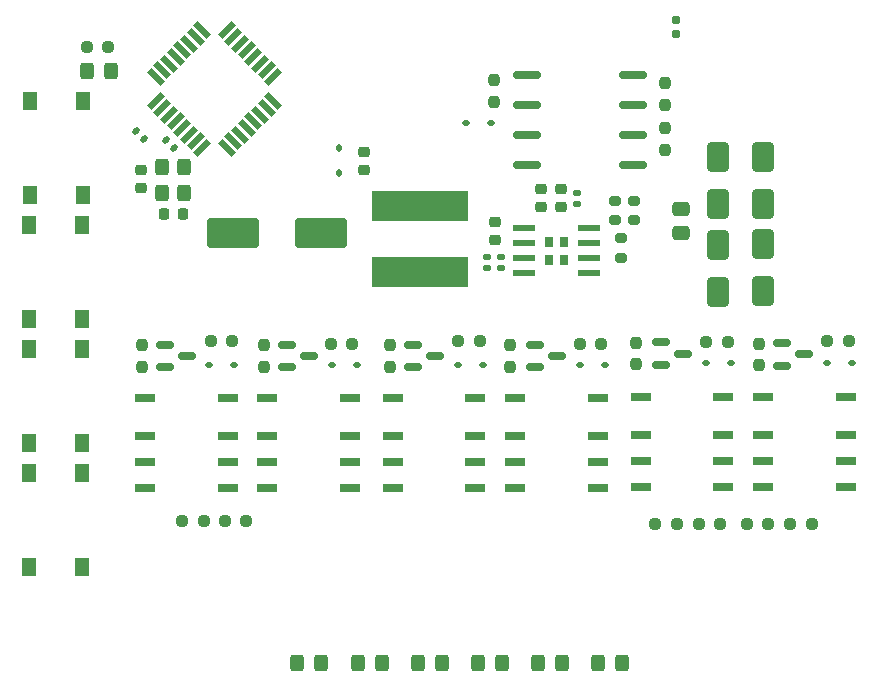
<source format=gbr>
%TF.GenerationSoftware,KiCad,Pcbnew,8.0.2*%
%TF.CreationDate,2024-12-14T13:14:23+01:00*%
%TF.ProjectId,OS-servoDriver_relay,4f532d73-6572-4766-9f44-72697665725f,rev?*%
%TF.SameCoordinates,Original*%
%TF.FileFunction,Paste,Top*%
%TF.FilePolarity,Positive*%
%FSLAX46Y46*%
G04 Gerber Fmt 4.6, Leading zero omitted, Abs format (unit mm)*
G04 Created by KiCad (PCBNEW 8.0.2) date 2024-12-14 13:14:23*
%MOMM*%
%LPD*%
G01*
G04 APERTURE LIST*
G04 Aperture macros list*
%AMRoundRect*
0 Rectangle with rounded corners*
0 $1 Rounding radius*
0 $2 $3 $4 $5 $6 $7 $8 $9 X,Y pos of 4 corners*
0 Add a 4 corners polygon primitive as box body*
4,1,4,$2,$3,$4,$5,$6,$7,$8,$9,$2,$3,0*
0 Add four circle primitives for the rounded corners*
1,1,$1+$1,$2,$3*
1,1,$1+$1,$4,$5*
1,1,$1+$1,$6,$7*
1,1,$1+$1,$8,$9*
0 Add four rect primitives between the rounded corners*
20,1,$1+$1,$2,$3,$4,$5,0*
20,1,$1+$1,$4,$5,$6,$7,0*
20,1,$1+$1,$6,$7,$8,$9,0*
20,1,$1+$1,$8,$9,$2,$3,0*%
%AMRotRect*
0 Rectangle, with rotation*
0 The origin of the aperture is its center*
0 $1 length*
0 $2 width*
0 $3 Rotation angle, in degrees counterclockwise*
0 Add horizontal line*
21,1,$1,$2,0,0,$3*%
G04 Aperture macros list end*
%ADD10RoundRect,0.237500X0.237500X-0.250000X0.237500X0.250000X-0.237500X0.250000X-0.237500X-0.250000X0*%
%ADD11RoundRect,0.112500X-0.187500X-0.112500X0.187500X-0.112500X0.187500X0.112500X-0.187500X0.112500X0*%
%ADD12RoundRect,0.225000X0.250000X-0.225000X0.250000X0.225000X-0.250000X0.225000X-0.250000X-0.225000X0*%
%ADD13RoundRect,0.140000X-0.170000X0.140000X-0.170000X-0.140000X0.170000X-0.140000X0.170000X0.140000X0*%
%ADD14RoundRect,0.250000X1.950000X1.000000X-1.950000X1.000000X-1.950000X-1.000000X1.950000X-1.000000X0*%
%ADD15RoundRect,0.250000X0.650000X-1.000000X0.650000X1.000000X-0.650000X1.000000X-0.650000X-1.000000X0*%
%ADD16RoundRect,0.112500X0.187500X0.112500X-0.187500X0.112500X-0.187500X-0.112500X0.187500X-0.112500X0*%
%ADD17R,1.800000X0.800000*%
%ADD18RoundRect,0.250000X-0.650000X1.000000X-0.650000X-1.000000X0.650000X-1.000000X0.650000X1.000000X0*%
%ADD19RoundRect,0.160000X-0.160000X0.197500X-0.160000X-0.197500X0.160000X-0.197500X0.160000X0.197500X0*%
%ADD20RoundRect,0.237500X0.250000X0.237500X-0.250000X0.237500X-0.250000X-0.237500X0.250000X-0.237500X0*%
%ADD21R,1.300000X1.550000*%
%ADD22R,1.910000X0.610000*%
%ADD23R,0.723000X0.930000*%
%ADD24RoundRect,0.150000X-0.587500X-0.150000X0.587500X-0.150000X0.587500X0.150000X-0.587500X0.150000X0*%
%ADD25RoundRect,0.112500X-0.112500X0.187500X-0.112500X-0.187500X0.112500X-0.187500X0.112500X0.187500X0*%
%ADD26RoundRect,0.200000X-0.275000X0.200000X-0.275000X-0.200000X0.275000X-0.200000X0.275000X0.200000X0*%
%ADD27RoundRect,0.225000X-0.250000X0.225000X-0.250000X-0.225000X0.250000X-0.225000X0.250000X0.225000X0*%
%ADD28R,8.200000X2.600000*%
%ADD29RoundRect,0.162500X-1.012500X-0.162500X1.012500X-0.162500X1.012500X0.162500X-1.012500X0.162500X0*%
%ADD30RoundRect,0.237500X-0.237500X0.250000X-0.237500X-0.250000X0.237500X-0.250000X0.237500X0.250000X0*%
%ADD31RoundRect,0.300000X-0.300000X0.400000X-0.300000X-0.400000X0.300000X-0.400000X0.300000X0.400000X0*%
%ADD32RoundRect,0.140000X0.219203X0.021213X0.021213X0.219203X-0.219203X-0.021213X-0.021213X-0.219203X0*%
%ADD33RoundRect,0.250000X-0.475000X0.337500X-0.475000X-0.337500X0.475000X-0.337500X0.475000X0.337500X0*%
%ADD34RotRect,1.600000X0.550000X45.000000*%
%ADD35RotRect,1.600000X0.550000X135.000000*%
%ADD36RoundRect,0.225000X-0.225000X-0.250000X0.225000X-0.250000X0.225000X0.250000X-0.225000X0.250000X0*%
%ADD37RoundRect,0.200000X0.275000X-0.200000X0.275000X0.200000X-0.275000X0.200000X-0.275000X-0.200000X0*%
%ADD38RoundRect,0.237500X-0.250000X-0.237500X0.250000X-0.237500X0.250000X0.237500X-0.250000X0.237500X0*%
%ADD39RoundRect,0.250000X0.325000X0.450000X-0.325000X0.450000X-0.325000X-0.450000X0.325000X-0.450000X0*%
G04 APERTURE END LIST*
D10*
%TO.C,R703*%
X183769000Y-134516500D03*
X183769000Y-132691500D03*
%TD*%
D11*
%TO.C,D801*%
X210532000Y-134366000D03*
X212632000Y-134366000D03*
%TD*%
D12*
%TO.C,C901*%
X213614000Y-123838000D03*
X213614000Y-122288000D03*
%TD*%
D13*
%TO.C,C906*%
X220599000Y-119791000D03*
X220599000Y-120751000D03*
%TD*%
D14*
%TO.C,C401*%
X198899000Y-123190000D03*
X191499000Y-123190000D03*
%TD*%
D15*
%TO.C,D1101*%
X236347000Y-120777000D03*
X236347000Y-116777000D03*
%TD*%
D16*
%TO.C,D1001*%
X213267000Y-113919000D03*
X211167000Y-113919000D03*
%TD*%
D12*
%TO.C,C201*%
X183665103Y-119428583D03*
X183665103Y-117878583D03*
%TD*%
D17*
%TO.C,K802*%
X215323646Y-137200000D03*
X215323646Y-140400000D03*
X215323646Y-142600000D03*
X215323646Y-144800000D03*
X222323646Y-144800000D03*
X222323646Y-142600000D03*
X222323646Y-140400000D03*
X222323646Y-137200000D03*
%TD*%
%TO.C,K701*%
X184000000Y-137200000D03*
X184000000Y-140400000D03*
X184000000Y-142600000D03*
X184000000Y-144800000D03*
X191000000Y-144800000D03*
X191000000Y-142600000D03*
X191000000Y-140400000D03*
X191000000Y-137200000D03*
%TD*%
D18*
%TO.C,D1103*%
X236327000Y-124143000D03*
X236327000Y-128143000D03*
%TD*%
D13*
%TO.C,C902*%
X214122000Y-125222000D03*
X214122000Y-126182000D03*
%TD*%
D19*
%TO.C,R202*%
X228981000Y-105193500D03*
X228981000Y-106388500D03*
%TD*%
D10*
%TO.C,R803*%
X204724000Y-134516500D03*
X204724000Y-132691500D03*
%TD*%
D20*
%TO.C,R201*%
X180888000Y-107483000D03*
X179063000Y-107483000D03*
%TD*%
D21*
%TO.C,SW604*%
X174250000Y-119975000D03*
X174250000Y-112025000D03*
X178750000Y-119975000D03*
X178750000Y-112025000D03*
%TD*%
D22*
%TO.C,U901*%
X216073500Y-122809000D03*
X216073500Y-124079000D03*
X216073500Y-125349000D03*
X216073500Y-126619000D03*
X221633500Y-126619000D03*
X221633500Y-125349000D03*
X221633500Y-124079000D03*
X221633500Y-122809000D03*
D23*
X218251000Y-123939000D03*
X218251000Y-125489000D03*
X219456000Y-123939000D03*
X219456000Y-125489000D03*
%TD*%
D17*
%TO.C,K901*%
X225973646Y-137099000D03*
X225973646Y-140299000D03*
X225973646Y-142499000D03*
X225973646Y-144699000D03*
X232973646Y-144699000D03*
X232973646Y-142499000D03*
X232973646Y-140299000D03*
X232973646Y-137099000D03*
%TD*%
D21*
%TO.C,SW601*%
X174153000Y-151475000D03*
X174153000Y-143525000D03*
X178653000Y-151475000D03*
X178653000Y-143525000D03*
%TD*%
D24*
%TO.C,Q802*%
X216994500Y-132654000D03*
X216994500Y-134554000D03*
X218869500Y-133604000D03*
%TD*%
D25*
%TO.C,D401*%
X200406000Y-116044000D03*
X200406000Y-118144000D03*
%TD*%
D26*
%TO.C,R901*%
X225425000Y-120460000D03*
X225425000Y-122110000D03*
%TD*%
D27*
%TO.C,C905*%
X217551000Y-119494000D03*
X217551000Y-121044000D03*
%TD*%
D20*
%TO.C,R905*%
X240458000Y-147828000D03*
X238633000Y-147828000D03*
%TD*%
D10*
%TO.C,R704*%
X194056000Y-134516500D03*
X194056000Y-132691500D03*
%TD*%
%TO.C,R907*%
X235966000Y-134389500D03*
X235966000Y-132564500D03*
%TD*%
D28*
%TO.C,L901*%
X207310500Y-126498000D03*
X207310500Y-120898000D03*
%TD*%
D24*
%TO.C,Q901*%
X227711000Y-132466000D03*
X227711000Y-134366000D03*
X229586000Y-133416000D03*
%TD*%
D11*
%TO.C,D701*%
X189450000Y-134366000D03*
X191550000Y-134366000D03*
%TD*%
D29*
%TO.C,U1001*%
X216315657Y-109820343D03*
X216315657Y-112360343D03*
X216315657Y-114900343D03*
X216315657Y-117440343D03*
X225365657Y-117440343D03*
X225365657Y-114900343D03*
X225365657Y-112360343D03*
X225365657Y-109820343D03*
%TD*%
D26*
%TO.C,R902*%
X224282000Y-123635000D03*
X224282000Y-125285000D03*
%TD*%
D20*
%TO.C,R802*%
X232711000Y-147828000D03*
X230886000Y-147828000D03*
%TD*%
D11*
%TO.C,D702*%
X199864000Y-134366000D03*
X201964000Y-134366000D03*
%TD*%
D30*
%TO.C,R1001*%
X213517657Y-110281843D03*
X213517657Y-112106843D03*
%TD*%
D17*
%TO.C,K702*%
X194350000Y-137200000D03*
X194350000Y-140400000D03*
X194350000Y-142600000D03*
X194350000Y-144800000D03*
X201350000Y-144800000D03*
X201350000Y-142600000D03*
X201350000Y-140400000D03*
X201350000Y-137200000D03*
%TD*%
D20*
%TO.C,R702*%
X192579000Y-147574000D03*
X190754000Y-147574000D03*
%TD*%
D10*
%TO.C,R906*%
X225600500Y-134328500D03*
X225600500Y-132503500D03*
%TD*%
D31*
%TO.C,Y201*%
X185416103Y-117596583D03*
X185416103Y-119796583D03*
X187316103Y-119796583D03*
X187316103Y-117596583D03*
%TD*%
D32*
%TO.C,C204*%
X183946524Y-115274411D03*
X183267702Y-114595589D03*
%TD*%
D17*
%TO.C,K902*%
X236323646Y-137099000D03*
X236323646Y-140299000D03*
X236323646Y-142499000D03*
X236323646Y-144699000D03*
X243323646Y-144699000D03*
X243323646Y-142499000D03*
X243323646Y-140299000D03*
X243323646Y-137099000D03*
%TD*%
D24*
%TO.C,Q702*%
X196039500Y-132654000D03*
X196039500Y-134554000D03*
X197914500Y-133604000D03*
%TD*%
D21*
%TO.C,SW602*%
X174153000Y-140975000D03*
X174153000Y-133025000D03*
X178653000Y-140975000D03*
X178653000Y-133025000D03*
%TD*%
D13*
%TO.C,C903*%
X212979000Y-125222000D03*
X212979000Y-126182000D03*
%TD*%
D11*
%TO.C,D802*%
X220819000Y-134366000D03*
X222919000Y-134366000D03*
%TD*%
D18*
%TO.C,D1102*%
X232537000Y-116779000D03*
X232537000Y-120779000D03*
%TD*%
D33*
%TO.C,C907*%
X229362000Y-121136500D03*
X229362000Y-123211500D03*
%TD*%
D34*
%TO.C,U202*%
X184912000Y-112048888D03*
X185477686Y-112614573D03*
X186043371Y-113180259D03*
X186609056Y-113745944D03*
X187174742Y-114311630D03*
X187740427Y-114877315D03*
X188306113Y-115443000D03*
X188871798Y-116008686D03*
D35*
X190922408Y-116008686D03*
X191488093Y-115443000D03*
X192053779Y-114877315D03*
X192619464Y-114311630D03*
X193185150Y-113745944D03*
X193750835Y-113180259D03*
X194316520Y-112614573D03*
X194882206Y-112048888D03*
D34*
X194882206Y-109998278D03*
X194316520Y-109432593D03*
X193750835Y-108866907D03*
X193185150Y-108301222D03*
X192619464Y-107735536D03*
X192053779Y-107169851D03*
X191488093Y-106604166D03*
X190922408Y-106038480D03*
D35*
X188871798Y-106038480D03*
X188306113Y-106604166D03*
X187740427Y-107169851D03*
X187174742Y-107735536D03*
X186609056Y-108301222D03*
X186043371Y-108866907D03*
X185477686Y-109432593D03*
X184912000Y-109998278D03*
%TD*%
D24*
%TO.C,Q701*%
X185704000Y-132654000D03*
X185704000Y-134554000D03*
X187579000Y-133604000D03*
%TD*%
D36*
%TO.C,C203*%
X185652103Y-121574583D03*
X187202103Y-121574583D03*
%TD*%
D15*
%TO.C,D1104*%
X232537000Y-128238000D03*
X232537000Y-124238000D03*
%TD*%
D37*
%TO.C,R903*%
X223774000Y-122110000D03*
X223774000Y-120460000D03*
%TD*%
D24*
%TO.C,Q902*%
X237949500Y-132527000D03*
X237949500Y-134427000D03*
X239824500Y-133477000D03*
%TD*%
D38*
%TO.C,R904*%
X234950000Y-147828000D03*
X236775000Y-147828000D03*
%TD*%
D39*
%TO.C,D201*%
X181111000Y-109474000D03*
X179061000Y-109474000D03*
%TD*%
D38*
%TO.C,R701*%
X187174500Y-147574000D03*
X188999500Y-147574000D03*
%TD*%
D30*
%TO.C,R1003*%
X227995657Y-114345843D03*
X227995657Y-116170843D03*
%TD*%
%TO.C,R1002*%
X227995657Y-110535843D03*
X227995657Y-112360843D03*
%TD*%
D10*
%TO.C,R804*%
X214884000Y-134516500D03*
X214884000Y-132691500D03*
%TD*%
D32*
%TO.C,C202*%
X186427103Y-115986583D03*
X185748281Y-115307761D03*
%TD*%
D11*
%TO.C,D901*%
X231487000Y-134239000D03*
X233587000Y-134239000D03*
%TD*%
D27*
%TO.C,C402*%
X202565000Y-116319000D03*
X202565000Y-117869000D03*
%TD*%
D38*
%TO.C,R801*%
X227226500Y-147828000D03*
X229051500Y-147828000D03*
%TD*%
D27*
%TO.C,C904*%
X219217000Y-119494000D03*
X219217000Y-121044000D03*
%TD*%
D24*
%TO.C,Q801*%
X206707500Y-132654000D03*
X206707500Y-134554000D03*
X208582500Y-133604000D03*
%TD*%
D17*
%TO.C,K801*%
X204973646Y-137200000D03*
X204973646Y-140400000D03*
X204973646Y-142600000D03*
X204973646Y-144800000D03*
X211973646Y-144800000D03*
X211973646Y-142600000D03*
X211973646Y-140400000D03*
X211973646Y-137200000D03*
%TD*%
D21*
%TO.C,SW603*%
X174153000Y-130475000D03*
X174153000Y-122525000D03*
X178653000Y-130475000D03*
X178653000Y-122525000D03*
%TD*%
D11*
%TO.C,D902*%
X241774000Y-134239000D03*
X243874000Y-134239000D03*
%TD*%
D20*
%TO.C,R806*%
X243609500Y-132334000D03*
X241784500Y-132334000D03*
%TD*%
%TO.C,R805*%
X233346000Y-132461000D03*
X231521000Y-132461000D03*
%TD*%
%TO.C,R706*%
X222654500Y-132588000D03*
X220829500Y-132588000D03*
%TD*%
%TO.C,R705*%
X212367500Y-132334000D03*
X210542500Y-132334000D03*
%TD*%
%TO.C,R601*%
X191412500Y-132334000D03*
X189587500Y-132334000D03*
%TD*%
D39*
%TO.C,D704*%
X212208000Y-159639000D03*
X214258000Y-159639000D03*
%TD*%
%TO.C,D804*%
X222368000Y-159639000D03*
X224418000Y-159639000D03*
%TD*%
D20*
%TO.C,R602*%
X201572500Y-132588000D03*
X199747500Y-132588000D03*
%TD*%
D39*
%TO.C,D703*%
X207128000Y-159639000D03*
X209178000Y-159639000D03*
%TD*%
%TO.C,D803*%
X217288000Y-159639000D03*
X219338000Y-159639000D03*
%TD*%
%TO.C,D601*%
X196841000Y-159639000D03*
X198891000Y-159639000D03*
%TD*%
%TO.C,D602*%
X202048000Y-159639000D03*
X204098000Y-159639000D03*
%TD*%
M02*

</source>
